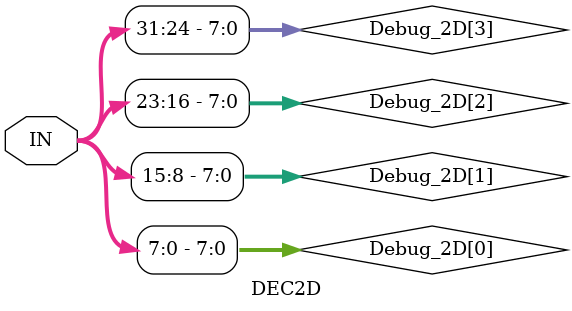
<source format=v>
module DEC2D #(
    parameter WIDTH = 8,
    parameter DEPTH = 4
)(
    input [WIDTH*DEPTH  -1 : 0] IN
);
wire [WIDTH     -1 : 0] Debug_2D [0 : DEPTH   -1];
genvar gv_db;
generate
    for(gv_db=0; gv_db<DEPTH; gv_db=gv_db+1) begin: GEN_Debug_2D
        assign Debug_2D[gv_db] = IN[WIDTH*gv_db +: WIDTH];
    end
endgenerate

endmodule
</source>
